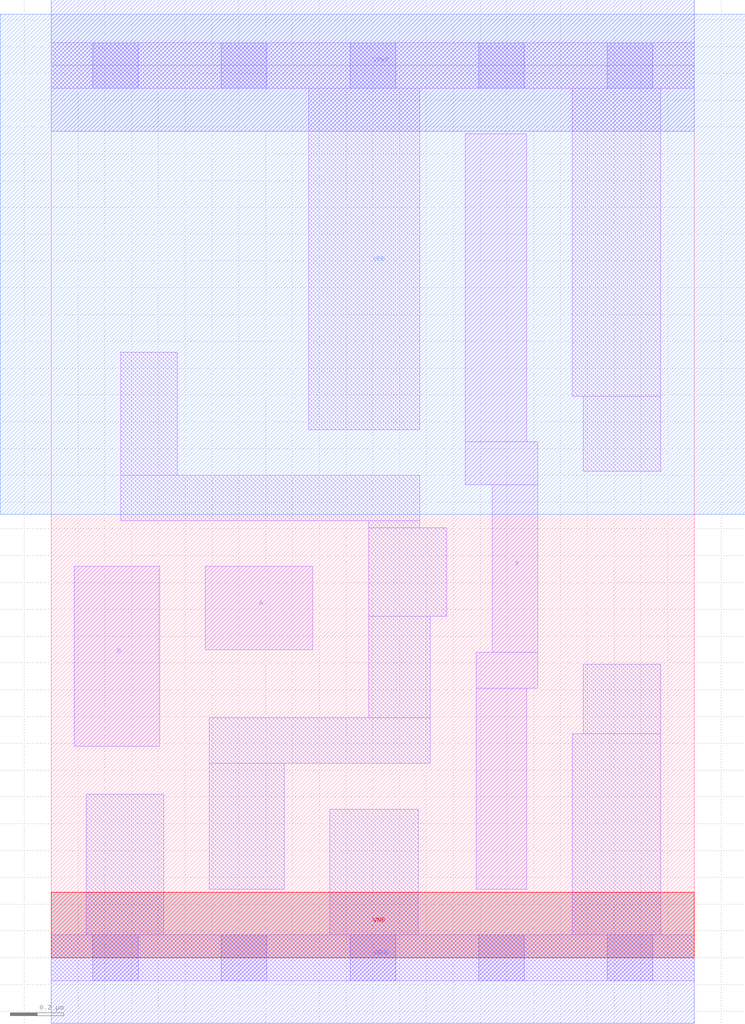
<source format=lef>
# Copyright 2020 The SkyWater PDK Authors
#
# Licensed under the Apache License, Version 2.0 (the "License");
# you may not use this file except in compliance with the License.
# You may obtain a copy of the License at
#
#     https://www.apache.org/licenses/LICENSE-2.0
#
# Unless required by applicable law or agreed to in writing, software
# distributed under the License is distributed on an "AS IS" BASIS,
# WITHOUT WARRANTIES OR CONDITIONS OF ANY KIND, either express or implied.
# See the License for the specific language governing permissions and
# limitations under the License.
#
# SPDX-License-Identifier: Apache-2.0

VERSION 5.7 ;
  NOWIREEXTENSIONATPIN ON ;
  DIVIDERCHAR "/" ;
  BUSBITCHARS "[]" ;
MACRO sky130_fd_sc_lp__or2_2
  CLASS CORE ;
  FOREIGN sky130_fd_sc_lp__or2_2 ;
  ORIGIN  0.000000  0.000000 ;
  SIZE  2.400000 BY  3.330000 ;
  SYMMETRY X Y R90 ;
  SITE unit ;
  PIN A
    ANTENNAGATEAREA  0.126000 ;
    DIRECTION INPUT ;
    USE SIGNAL ;
    PORT
      LAYER li1 ;
        RECT 0.575000 1.150000 0.975000 1.460000 ;
    END
  END A
  PIN B
    ANTENNAGATEAREA  0.126000 ;
    DIRECTION INPUT ;
    USE SIGNAL ;
    PORT
      LAYER li1 ;
        RECT 0.085000 0.790000 0.405000 1.460000 ;
    END
  END B
  PIN X
    ANTENNADIFFAREA  0.588000 ;
    DIRECTION OUTPUT ;
    USE SIGNAL ;
    PORT
      LAYER li1 ;
        RECT 1.545000 1.765000 1.815000 1.925000 ;
        RECT 1.545000 1.925000 1.775000 3.075000 ;
        RECT 1.585000 0.255000 1.775000 1.005000 ;
        RECT 1.585000 1.005000 1.815000 1.140000 ;
        RECT 1.645000 1.140000 1.815000 1.765000 ;
    END
  END X
  PIN VGND
    DIRECTION INOUT ;
    USE GROUND ;
    PORT
      LAYER met1 ;
        RECT 0.000000 -0.245000 2.400000 0.245000 ;
    END
  END VGND
  PIN VNB
    DIRECTION INOUT ;
    USE GROUND ;
    PORT
      LAYER pwell ;
        RECT 0.000000 0.000000 2.400000 0.245000 ;
    END
  END VNB
  PIN VPB
    DIRECTION INOUT ;
    USE POWER ;
    PORT
      LAYER nwell ;
        RECT -0.190000 1.655000 2.590000 3.520000 ;
    END
  END VPB
  PIN VPWR
    DIRECTION INOUT ;
    USE POWER ;
    PORT
      LAYER met1 ;
        RECT 0.000000 3.085000 2.400000 3.575000 ;
    END
  END VPWR
  OBS
    LAYER li1 ;
      RECT 0.000000 -0.085000 2.400000 0.085000 ;
      RECT 0.000000  3.245000 2.400000 3.415000 ;
      RECT 0.130000  0.085000 0.420000 0.610000 ;
      RECT 0.260000  1.630000 1.375000 1.800000 ;
      RECT 0.260000  1.800000 0.470000 2.260000 ;
      RECT 0.590000  0.255000 0.870000 0.725000 ;
      RECT 0.590000  0.725000 1.415000 0.895000 ;
      RECT 0.960000  1.970000 1.375000 3.245000 ;
      RECT 1.040000  0.085000 1.370000 0.555000 ;
      RECT 1.185000  0.895000 1.415000 1.275000 ;
      RECT 1.185000  1.275000 1.475000 1.605000 ;
      RECT 1.185000  1.605000 1.375000 1.630000 ;
      RECT 1.945000  0.085000 2.275000 0.835000 ;
      RECT 1.945000  2.095000 2.275000 3.245000 ;
      RECT 1.985000  0.835000 2.275000 1.095000 ;
      RECT 1.985000  1.815000 2.275000 2.095000 ;
    LAYER mcon ;
      RECT 0.155000 -0.085000 0.325000 0.085000 ;
      RECT 0.155000  3.245000 0.325000 3.415000 ;
      RECT 0.635000 -0.085000 0.805000 0.085000 ;
      RECT 0.635000  3.245000 0.805000 3.415000 ;
      RECT 1.115000 -0.085000 1.285000 0.085000 ;
      RECT 1.115000  3.245000 1.285000 3.415000 ;
      RECT 1.595000 -0.085000 1.765000 0.085000 ;
      RECT 1.595000  3.245000 1.765000 3.415000 ;
      RECT 2.075000 -0.085000 2.245000 0.085000 ;
      RECT 2.075000  3.245000 2.245000 3.415000 ;
  END
END sky130_fd_sc_lp__or2_2
END LIBRARY

</source>
